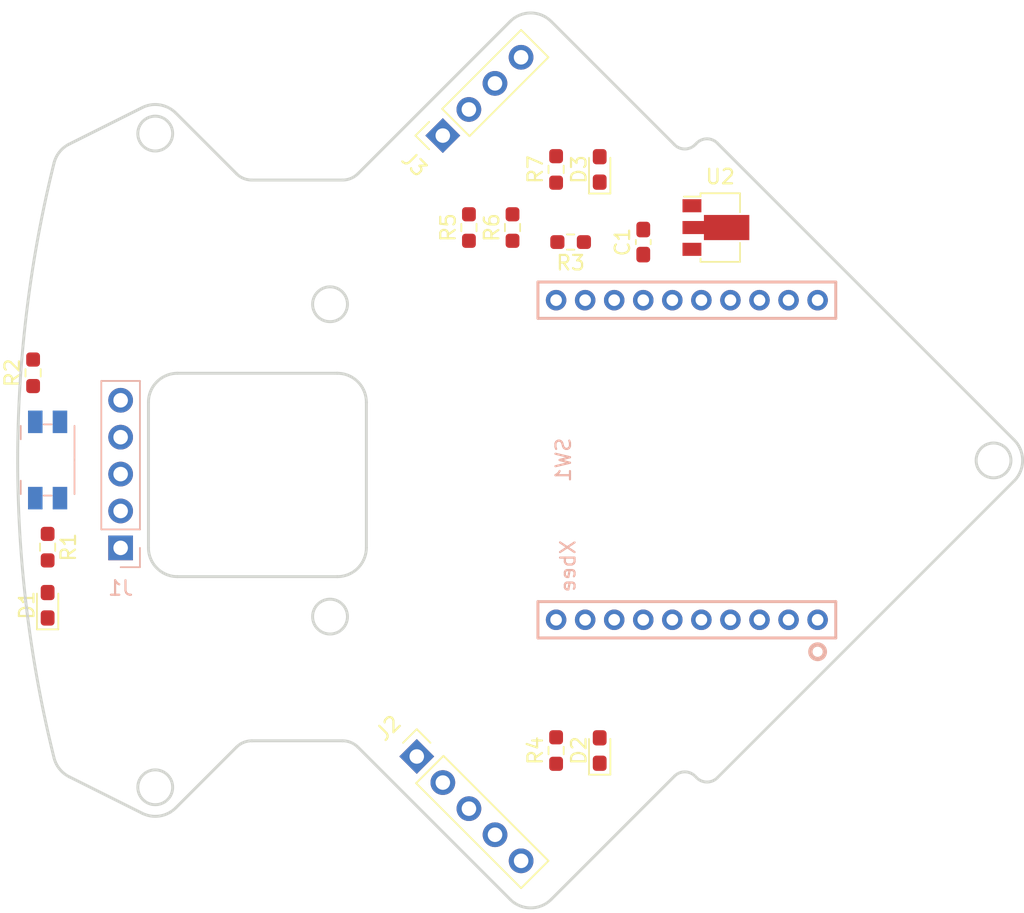
<source format=kicad_pcb>
(kicad_pcb (version 20211014) (generator pcbnew)
  (title_block (title "control board") (date "2021-11-08") (rev "V1.1") (company "Saeki.A"))
  (layers (0 "F.Cu" signal) (31 "B.Cu" signal) (34 "B.Paste" user) (35 "F.Paste" user) (36 "B.SilkS" user "B.Silkscreen") (37 "F.SilkS" user "F.Silkscreen") (38 "B.Mask" user) (39 "F.Mask" user) (44 "Edge.Cuts" user))
  (net 0 "")
  (net 1 "+5V")
  (net 2 "GND")
  (net 3 "Net-(D3-Pad2)")
  (net 4 "Net-(D1-Pad2)")
  (net 5 "Net-(J1-Pad1)")
  (net 6 "Net-(J1-Pad3)")
  (net 7 "Net-(J1-Pad4)")
  (net 8 "Net-(J1-Pad2)")
  (net 9 "Net-(J1-Pad5)")
  (net 10 "Net-(J3-Pad1)")
  (net 11 "Net-(J3-Pad3)")
  (net 12 "Net-(R2-Pad2)")
  (net 13 "Net-(R5-Pad1)")
  (net 14 "Net-(R3-Pad2)")
  (net 15 "Net-(R1-Pad1)")
  (net 16 "Net-(R2-Pad1)")
  (net 17 "Net-(D2-Pad2)")
  (footprint "LED_SMD:LED_0603_1608Metric_Pad1.05x0.95mm_HandSolder" (layer "F.Cu") (at 85 135 90)
    (fp_text reference "D2" (at 0 -1.43 90) (layer "F.SilkS"))
    (fp_text value "RX")
    (fp_line (start -1.66 -0.735) (end -1.66 0.735) (layer "F.SilkS") (width 0.12))
    (fp_line (start 0.8 -0.735) (end -1.66 -0.735) (layer "F.SilkS") (width 0.12))
    (fp_line (start -1.66 0.735) (end 0.8 0.735) (layer "F.SilkS") (width 0.12))
    (pad "1" smd roundrect (at -0.875 0 90) (size 1.05 0.95) (layers "F.Cu" "F.Paste" "F.Mask") (net 2 "GND"))
    (pad "2" smd roundrect (at 0.875 0 90) (size 1.05 0.95) (layers "F.Cu" "F.Paste" "F.Mask") (net 17 "Net-(D2-Pad2)"))
  )
  (footprint "Resistor_SMD:R_0603_1608Metric_Pad0.98x0.95mm_HandSolder" (layer "F.Cu") (at 76 99 90)
    (fp_text reference "R5" (at 0 -1.43 90) (layer "F.SilkS"))
    (fp_text value "10k")
    (fp_line (start -0.254724 -0.5225) (end 0.254724 -0.5225) (layer "F.SilkS") (width 0.12))
    (fp_line (start -0.254724 0.5225) (end 0.254724 0.5225) (layer "F.SilkS") (width 0.12))
    (pad "1" smd roundrect (at -0.9125 0 90) (size 0.975 0.95) (layers "F.Cu" "F.Paste" "F.Mask") (net 13 "Net-(R5-Pad1)"))
    (pad "2" smd roundrect (at 0.9125 0 90) (size 0.975 0.95) (layers "F.Cu" "F.Paste" "F.Mask") (net 10 "Net-(J3-Pad1)"))
  )
  (footprint "Resistor_SMD:R_0603_1608Metric_Pad0.98x0.95mm_HandSolder" (layer "F.Cu") (at 82 95 90)
    (fp_text reference "R7" (at 0 -1.43 90) (layer "F.SilkS"))
    (fp_text value "470")
    (fp_line (start -0.254724 0.5225) (end 0.254724 0.5225) (layer "F.SilkS") (width 0.12))
    (fp_line (start -0.254724 -0.5225) (end 0.254724 -0.5225) (layer "F.SilkS") (width 0.12))
    (pad "1" smd roundrect (at -0.9125 0 90) (size 0.975 0.95) (layers "F.Cu" "F.Paste" "F.Mask") (net 10 "Net-(J3-Pad1)"))
    (pad "2" smd roundrect (at 0.9125 0 90) (size 0.975 0.95) (layers "F.Cu" "F.Paste" "F.Mask") (net 3 "Net-(D3-Pad2)"))
  )
  (footprint "Connector_PinSocket_2.54mm:PinSocket_1x05_P2.54mm_Vertical" (layer "F.Cu") (at 72.407898 135.407898 45)
    (fp_text reference "J2" (at 0 -2.77 45) (layer "F.SilkS"))
    (fp_text value "IMU")
    (fp_line (start -1.33 11.49) (end 1.33 11.49) (layer "F.SilkS") (width 0.12))
    (fp_line (start 0 -1.33) (end 1.33 -1.33) (layer "F.SilkS") (width 0.12))
    (fp_line (start -1.33 1.27) (end 1.33 1.27) (layer "F.SilkS") (width 0.12))
    (fp_line (start 1.33 1.27) (end 1.33 11.49) (layer "F.SilkS") (width 0.12))
    (fp_line (start 1.33 -1.33) (end 1.33 0) (layer "F.SilkS") (width 0.12))
    (fp_line (start -1.33 1.27) (end -1.33 11.49) (layer "F.SilkS") (width 0.12))
    (pad "1" thru_hole rect (at 0 0 45) (size 1.7 1.7) (drill 1) (layers *.Cu *.Mask) (net 5 "Net-(J1-Pad1)"))
    (pad "2" thru_hole oval (at 0 2.54 45) (size 1.7 1.7) (drill 1) (layers *.Cu *.Mask) (net 8 "Net-(J1-Pad2)"))
    (pad "3" thru_hole oval (at 0 5.08 45) (size 1.7 1.7) (drill 1) (layers *.Cu *.Mask) (net 6 "Net-(J1-Pad3)"))
    (pad "4" thru_hole oval (at 0 7.62 45) (size 1.7 1.7) (drill 1) (layers *.Cu *.Mask) (net 7 "Net-(J1-Pad4)"))
    (pad "5" thru_hole oval (at 0 10.16 45) (size 1.7 1.7) (drill 1) (layers *.Cu *.Mask) (net 9 "Net-(J1-Pad5)"))
  )
  (footprint "Resistor_SMD:R_0603_1608Metric_Pad0.98x0.95mm_HandSolder" (layer "F.Cu") (at 83 100 180)
    (fp_text reference "R3" (at 0 -1.43) (layer "F.SilkS"))
    (fp_text value "10k")
    (fp_line (start -0.254724 -0.5225) (end 0.254724 -0.5225) (layer "F.SilkS") (width 0.12))
    (fp_line (start -0.254724 0.5225) (end 0.254724 0.5225) (layer "F.SilkS") (width 0.12))
    (pad "1" smd roundrect (at -0.9125 0 180) (size 0.975 0.95) (layers "F.Cu" "F.Paste" "F.Mask") (net 16 "Net-(R2-Pad1)"))
    (pad "2" smd roundrect (at 0.9125 0 180) (size 0.975 0.95) (layers "F.Cu" "F.Paste" "F.Mask") (net 14 "Net-(R3-Pad2)"))
  )
  (footprint "Resistor_SMD:R_0603_1608Metric_Pad0.98x0.95mm_HandSolder" (layer "F.Cu") (at 79 99 90)
    (fp_text reference "R6" (at 0 -1.43 90) (layer "F.SilkS"))
    (fp_text value "10k")
    (fp_line (start -0.254724 -0.5225) (end 0.254724 -0.5225) (layer "F.SilkS") (width 0.12))
    (fp_line (start -0.254724 0.5225) (end 0.254724 0.5225) (layer "F.SilkS") (width 0.12))
    (pad "1" smd roundrect (at -0.9125 0 90) (size 0.975 0.95) (layers "F.Cu" "F.Paste" "F.Mask") (net 14 "Net-(R3-Pad2)"))
    (pad "2" smd roundrect (at 0.9125 0 90) (size 0.975 0.95) (layers "F.Cu" "F.Paste" "F.Mask") (net 11 "Net-(J3-Pad3)"))
  )
  (footprint "Package_TO_SOT_SMD:SOT-89-3" (layer "F.Cu") (at 93 99)
    (fp_text reference "U2" (at 0.3 -3.5) (layer "F.SilkS"))
    (fp_text value "XC6216D_SOT89")
    (fp_line (start -2.2 -2.13) (end -1.06 -2.13) (layer "F.SilkS") (width 0.12))
    (fp_line (start -1.06 -2.36) (end 1.66 -2.36) (layer "F.SilkS") (width 0.12))
    (fp_line (start 1.66 1.05) (end 1.66 2.36) (layer "F.SilkS") (width 0.12))
    (fp_line (start 1.66 2.36) (end -1.06 2.36) (layer "F.SilkS") (width 0.12))
    (fp_line (start -1.06 2.36) (end -1.06 2.13) (layer "F.SilkS") (width 0.12))
    (fp_line (start 1.66 -2.36) (end 1.66 -1.05) (layer "F.SilkS") (width 0.12))
    (fp_line (start -1.06 -2.36) (end -1.06 -2.13) (layer "F.SilkS") (width 0.12))
    (pad "1" smd rect (at -1.65 -1.5) (size 1.3 0.9) (layers "F.Cu" "F.Paste" "F.Mask") (net 16 "Net-(R2-Pad1)"))
    (pad "2" smd custom (at -1.5625 0) (size 1.475 0.9) (layers "F.Cu" "F.Paste" "F.Mask") (net 2 "GND") (options (clearance outline) (anchor rect)) (primitives (gr_poly (pts (xy 3.8625 0.8665) (xy 0.7375 0.8665) (xy 0.7375 -0.8665) (xy 3.8625 -0.8665)) (width 0) (fill yes))))
    (pad "3" smd rect (at -1.65 1.5) (size 1.3 0.9) (layers "F.Cu" "F.Paste" "F.Mask") (net 1 "+5V"))
  )
  (footprint "Resistor_SMD:R_0603_1608Metric_Pad0.98x0.95mm_HandSolder" (layer "F.Cu") (at 47 121 -90)
    (fp_text reference "R1" (at 0 -1.43 90) (layer "F.SilkS"))
    (fp_text value "470")
    (fp_line (start -0.254724 0.5225) (end 0.254724 0.5225) (layer "F.SilkS") (width 0.12))
    (fp_line (start -0.254724 -0.5225) (end 0.254724 -0.5225) (layer "F.SilkS") (width 0.12))
    (pad "1" smd roundrect (at -0.9125 0 270) (size 0.975 0.95) (layers "F.Cu" "F.Paste" "F.Mask") (net 15 "Net-(R1-Pad1)"))
    (pad "2" smd roundrect (at 0.9125 0 270) (size 0.975 0.95) (layers "F.Cu" "F.Paste" "F.Mask") (net 4 "Net-(D1-Pad2)"))
  )
  (footprint "LED_SMD:LED_0603_1608Metric_Pad1.05x0.95mm_HandSolder" (layer "F.Cu") (at 85 95 90)
    (fp_text reference "D3" (at 0 -1.43 90) (layer "F.SilkS"))
    (fp_text value "TX")
    (fp_line (start -1.66 -0.735) (end -1.66 0.735) (layer "F.SilkS") (width 0.12))
    (fp_line (start -1.66 0.735) (end 0.8 0.735) (layer "F.SilkS") (width 0.12))
    (fp_line (start 0.8 -0.735) (end -1.66 -0.735) (layer "F.SilkS") (width 0.12))
    (pad "1" smd roundrect (at -0.875 0 90) (size 1.05 0.95) (layers "F.Cu" "F.Paste" "F.Mask") (net 2 "GND"))
    (pad "2" smd roundrect (at 0.875 0 90) (size 1.05 0.95) (layers "F.Cu" "F.Paste" "F.Mask") (net 3 "Net-(D3-Pad2)"))
  )
  (footprint "Resistor_SMD:R_0603_1608Metric_Pad0.98x0.95mm_HandSolder" (layer "F.Cu") (at 82 135 90)
    (fp_text reference "R4" (at 0 -1.43 90) (layer "F.SilkS"))
    (fp_text value "470")
    (fp_line (start -0.254724 -0.5225) (end 0.254724 -0.5225) (layer "F.SilkS") (width 0.12))
    (fp_line (start -0.254724 0.5225) (end 0.254724 0.5225) (layer "F.SilkS") (width 0.12))
    (pad "1" smd roundrect (at -0.9125 0 90) (size 0.975 0.95) (layers "F.Cu" "F.Paste" "F.Mask") (net 14 "Net-(R3-Pad2)"))
    (pad "2" smd roundrect (at 0.9125 0 90) (size 0.975 0.95) (layers "F.Cu" "F.Paste" "F.Mask") (net 17 "Net-(D2-Pad2)"))
  )
  (footprint "Capacitor_SMD:C_0603_1608Metric_Pad1.08x0.95mm_HandSolder" (layer "F.Cu") (at 88 100 90)
    (fp_text reference "C1" (at 0 -1.43 90) (layer "F.SilkS"))
    (fp_text value "0.1u")
    (fp_line (start -0.146267 0.51) (end 0.146267 0.51) (layer "F.SilkS") (width 0.12))
    (fp_line (start -0.146267 -0.51) (end 0.146267 -0.51) (layer "F.SilkS") (width 0.12))
    (pad "1" smd roundrect (at -0.8625 0 90) (size 1.075 0.95) (layers "F.Cu" "F.Paste" "F.Mask") (net 1 "+5V"))
    (pad "2" smd roundrect (at 0.8625 0 90) (size 1.075 0.95) (layers "F.Cu" "F.Paste" "F.Mask") (net 2 "GND"))
  )
  (footprint "Connector_PinSocket_2.54mm:PinSocket_1x04_P2.54mm_Vertical" (layer "F.Cu") (at 74.2 92.669329 135)
    (fp_text reference "J3" (at 0 -2.77 135) (layer "F.SilkS"))
    (fp_text value "XBee")
    (fp_line (start 1.33 1.27) (end 1.33 8.95) (layer "F.SilkS") (width 0.12))
    (fp_line (start -1.33 8.95) (end 1.33 8.95) (layer "F.SilkS") (width 0.12))
    (fp_line (start 1.33 -1.33) (end 1.33 0) (layer "F.SilkS") (width 0.12))
    (fp_line (start -1.33 1.27) (end -1.33 8.95) (layer "F.SilkS") (width 0.12))
    (fp_line (start 0 -1.33) (end 1.33 -1.33) (layer "F.SilkS") (width 0.12))
    (fp_line (start -1.33 1.27) (end 1.33 1.27) (layer "F.SilkS") (width 0.12))
    (pad "1" thru_hole rect (at 0 0 135) (size 1.7 1.7) (drill 1) (layers *.Cu *.Mask) (net 10 "Net-(J3-Pad1)"))
    (pad "2" thru_hole oval (at 0 2.54 135) (size 1.7 1.7) (drill 1) (layers *.Cu *.Mask) (net 1 "+5V"))
    (pad "3" thru_hole oval (at 0 5.08 135) (size 1.7 1.7) (drill 1) (layers *.Cu *.Mask) (net 11 "Net-(J3-Pad3)"))
    (pad "4" thru_hole oval (at 0 7.62 135) (size 1.7 1.7) (drill 1) (layers *.Cu *.Mask) (net 2 "GND"))
  )
  (footprint "Resistor_SMD:R_0603_1608Metric_Pad0.98x0.95mm_HandSolder" (layer "F.Cu") (at 46 109 90)
    (fp_text reference "R2" (at 0 -1.43 90) (layer "F.SilkS"))
    (fp_text value "10k")
    (fp_line (start -0.254724 -0.5225) (end 0.254724 -0.5225) (layer "F.SilkS") (width 0.12))
    (fp_line (start -0.254724 0.5225) (end 0.254724 0.5225) (layer "F.SilkS") (width 0.12))
    (pad "1" smd roundrect (at -0.9125 0 90) (size 0.975 0.95) (layers "F.Cu" "F.Paste" "F.Mask") (net 16 "Net-(R2-Pad1)"))
    (pad "2" smd roundrect (at 0.9125 0 90) (size 0.975 0.95) (layers "F.Cu" "F.Paste" "F.Mask") (net 12 "Net-(R2-Pad2)"))
  )
  (footprint "LED_SMD:LED_0603_1608Metric_Pad1.05x0.95mm_HandSolder" (layer "F.Cu") (at 47 125 90)
    (fp_text reference "D1" (at 0 -1.43 90) (layer "F.SilkS"))
    (fp_text value "RSSI")
    (fp_line (start 0.8 -0.735) (end -1.66 -0.735) (layer "F.SilkS") (width 0.12))
    (fp_line (start -1.66 0.735) (end 0.8 0.735) (layer "F.SilkS") (width 0.12))
    (fp_line (start -1.66 -0.735) (end -1.66 0.735) (layer "F.SilkS") (width 0.12))
    (pad "1" smd roundrect (at -0.875 0 90) (size 1.05 0.95) (layers "F.Cu" "F.Paste" "F.Mask") (net 2 "GND"))
    (pad "2" smd roundrect (at 0.875 0 90) (size 1.05 0.95) (layers "F.Cu" "F.Paste" "F.Mask") (net 4 "Net-(D1-Pad2)"))
  )
  (footprint "0.main.robot:XBEE-S2C" (layer "B.Cu") (at 80 115 90)
    (fp_text reference "U1" hide)
    (fp_text value "XBEE-S2C" hide)
    (fp_text user "Xbee" (at -9.2 3.4 90) (layer "B.SilkS") (effects (justify right bottom mirror)))
    (fp_line (start -9.75 21.25) (end -12.25 21.25) (layer "B.SilkS") (width 0.2032))
    (fp_line (start -12.25 0.75) (end -9.75 0.75) (layer "B.SilkS") (width 0.2032))
    (fp_line (start 12.25 0.75) (end 9.75 0.75) (layer "B.SilkS") (width 0.2032))
    (fp_line (start 12.25 21.25) (end 12.25 0.75) (layer "B.SilkS") (width 0.2032))
    (fp_line (start -9.75 21.25) (end -9.75 0.75) (layer "B.SilkS") (width 0.2032))
    (fp_line (start -12.25 21.25) (end -12.25 0.75) (layer "B.SilkS") (width 0.2032))
    (fp_line (start 9.75 21.25) (end 12.25 21.25) (layer "B.SilkS") (width 0.2032))
    (fp_line (start 9.75 21.25) (end 9.75 0.75) (layer "B.SilkS") (width 0.2032))
    (fp_circle (center -13.2 20) (end -12.7 20) (layer "B.SilkS") (width 0.3) (fill none))
    (pad "1" thru_hole circle locked (at -11 20 90) (size 1.4096 1.4096) (drill 0.8) (layers *.Cu *.Mask) (net 16 "Net-(R2-Pad1)"))
    (pad "2" thru_hole circle locked (at -11 18 90) (size 1.4096 1.4096) (drill 0.8) (layers *.Cu *.Mask) (net 14 "Net-(R3-Pad2)"))
    (pad "3" thru_hole circle locked (at -11 16 90) (size 1.4096 1.4096) (drill 0.8) (layers *.Cu *.Mask) (net 13 "Net-(R5-Pad1)"))
    (pad "4" thru_hole circle locked (at -11 14 90) (size 1.4096 1.4096) (drill 0.8) (layers *.Cu *.Mask))
    (pad "5" thru_hole circle locked (at -11 12 90) (size 1.4096 1.4096) (drill 0.8) (layers *.Cu *.Mask) (net 12 "Net-(R2-Pad2)"))
    (pad "6" thru_hole circle locked (at -11 10 90) (size 1.4096 1.4096) (drill 0.8) (layers *.Cu *.Mask) (net 15 "Net-(R1-Pad1)"))
    (pad "7" thru_hole circle locked (at -11 8 90) (size 1.4096 1.4096) (drill 0.8) (layers *.Cu *.Mask))
    (pad "8" thru_hole circle locked (at -11 6 90) (size 1.4096 1.4096) (drill 0.8) (layers *.Cu *.Mask))
    (pad "9" thru_hole circle locked (at -11 4 90) (size 1.4096 1.4096) (drill 0.8) (layers *.Cu *.Mask))
    (pad "10" thru_hole circle locked (at -11 2 90) (size 1.4096 1.4096) (drill 0.8) (layers *.Cu *.Mask) (net 2 "GND"))
    (pad "11" thru_hole circle locked (at 11 2 90) (size 1.4096 1.4096) (drill 0.8) (layers *.Cu *.Mask))
    (pad "12" thru_hole circle locked (at 11 4 90) (size 1.4096 1.4096) (drill 0.8) (layers *.Cu *.Mask))
    (pad "13" thru_hole circle locked (at 11 6 90) (size 1.4096 1.4096) (drill 0.8) (layers *.Cu *.Mask))
    (pad "14" thru_hole circle locked (at 11 8 90) (size 1.4096 1.4096) (drill 0.8) (layers *.Cu *.Mask))
    (pad "15" thru_hole circle locked (at 11 10 90) (size 1.4096 1.4096) (drill 0.8) (layers *.Cu *.Mask))
    (pad "16" thru_hole circle locked (at 11 12 90) (size 1.4096 1.4096) (drill 0.8) (layers *.Cu *.Mask))
    (pad "17" thru_hole circle locked (at 11 14 90) (size 1.4096 1.4096) (drill 0.8) (layers *.Cu *.Mask))
    (pad "18" thru_hole circle locked (at 11 16 90) (size 1.4096 1.4096) (drill 0.8) (layers *.Cu *.Mask))
    (pad "19" thru_hole circle locked (at 11 18 90) (size 1.4096 1.4096) (drill 0.8) (layers *.Cu *.Mask))
    (pad "20" thru_hole circle locked (at 11 20 90) (size 1.4096 1.4096) (drill 0.8) (layers *.Cu *.Mask))
  )
  (footprint "0.main.robot:THAU13-AB-R" (layer "B.Cu") (at 47 115 -90)
    (fp_text reference "SW1" (at 0 -35.5 90) (layer "B.SilkS") (effects (justify mirror)))
    (fp_text value "Reset")
    (fp_line (start -1.425 1.85) (end -2.35 1.85) (layer "B.SilkS") (width 0.12))
    (fp_line (start -2.45 -0.275) (end -2.45 0.275) (layer "B.SilkS") (width 0.12))
    (fp_line (start 2.35 1.85) (end 1.425 1.85) (layer "B.SilkS") (width 0.12))
    (fp_line (start 2.45 -0.275) (end 2.45 0.275) (layer "B.SilkS") (width 0.12))
    (fp_line (start 2.35 -1.85) (end -2.35 -1.85) (layer "B.SilkS") (width 0.12))
    (pad "" np_thru_hole circle locked (at 0 -1.375 90) (size 0.75 0.75) (drill 0.75) (layers *.Cu *.Mask))
    (pad "" np_thru_hole circle locked (at 0 1.375 90) (size 0.75 0.75) (drill 0.75) (layers *.Cu *.Mask))
    (pad "1" smd rect locked (at 2.625 0.85 90) (size 1.55 1) (layers "B.Cu" "B.Paste" "B.Mask") (net 12 "Net-(R2-Pad2)"))
    (pad "1" smd rect locked (at -2.625 0.85 90) (size 1.55 1) (layers "B.Cu" "B.Paste" "B.Mask") (net 12 "Net-(R2-Pad2)"))
    (pad "2" smd rect locked (at -2.625 -0.85 90) (size 1.55 1) (layers "B.Cu" "B.Paste" "B.Mask") (net 2 "GND"))
    (pad "2" smd rect locked (at 2.625 -0.85 90) (size 1.55 1) (layers "B.Cu" "B.Paste" "B.Mask") (net 2 "GND"))
  )
  (footprint "Connector_PinSocket_2.54mm:PinSocket_1x05_P2.54mm_Vertical" (layer "B.Cu") (at 52.025 121.05)
    (fp_text reference "J1" (at 0 2.77) (layer "B.SilkS") (effects (justify mirror)))
    (fp_text value "IMU_in")
    (fp_line (start -1.33 -1.27) (end 1.33 -1.27) (layer "B.SilkS") (width 0.12))
    (fp_line (start -1.33 -1.27) (end -1.33 -11.49) (layer "B.SilkS") (width 0.12))
    (fp_line (start 0 1.33) (end 1.33 1.33) (layer "B.SilkS") (width 0.12))
    (fp_line (start 1.33 1.33) (end 1.33 0) (layer "B.SilkS") (width 0.12))
    (fp_line (start 1.33 -1.27) (end 1.33 -11.49) (layer "B.SilkS") (width 0.12))
    (fp_line (start -1.33 -11.49) (end 1.33 -11.49) (layer "B.SilkS") (width 0.12))
    (pad "1" thru_hole rect (at 0 0) (size 1.7 1.7) (drill 1) (layers *.Cu *.Mask) (net 5 "Net-(J1-Pad1)"))
    (pad "2" thru_hole oval (at 0 -2.54) (size 1.7 1.7) (drill 1) (layers *.Cu *.Mask) (net 8 "Net-(J1-Pad2)"))
    (pad "3" thru_hole oval (at 0 -5.08) (size 1.7 1.7) (drill 1) (layers *.Cu *.Mask) (net 6 "Net-(J1-Pad3)"))
    (pad "4" thru_hole oval (at 0 -7.62) (size 1.7 1.7) (drill 1) (layers *.Cu *.Mask) (net 7 "Net-(J1-Pad4)"))
    (pad "5" thru_hole oval (at 0 -10.16) (size 1.7 1.7) (drill 1) (layers *.Cu *.Mask) (net 9 "Net-(J1-Pad5)"))
  )
  (gr_arc (start 66.939113 109.030444) (mid 68.353327 109.61623) (end 68.939113 111.030444) (layer "Edge.Cuts") (width 0.2))
  (gr_line (start 55.939113 123.030444) (end 66.939113 123.030444) (layer "Edge.Cuts") (width 0.2))
  (gr_line (start 113.5249 113.61623) (end 93.094182 93.185513) (layer "Edge.Cuts") (width 0.2))
  (gr_line (start 53.939113 111.030444) (end 53.939113 121.030444) (layer "Edge.Cuts") (width 0.2))
  (gr_arc (start 68.360164 95.292114) (mid 67.873529 95.617273) (end 67.299504 95.731454) (layer "Edge.Cuts") (width 0.2))
  (gr_arc (start 67.299504 134.329434) (mid 67.873529 134.443615) (end 68.360164 134.768774) (layer "Edge.Cuts") (width 0.2))
  (gr_line (start 61.056863 134.329434) (end 67.299504 134.329434) (layer "Edge.Cuts") (width 0.2))
  (gr_arc (start 53.939113 111.030444) (mid 54.524899 109.61623) (end 55.939113 109.030444) (layer "Edge.Cuts") (width 0.2))
  (gr_arc (start 78.836823 84.815455) (mid 80.251036 84.229668) (end 81.66525 84.815455) (layer "Edge.Cuts") (width 0.2))
  (gr_arc (start 47.439877 94.563987) (mid 47.819822 93.795506) (end 48.486608 93.256696) (layer "Edge.Cuts") (width 0.2))
  (gr_arc (start 91.564745 93.300736) (mid 90.857638 93.59363) (end 90.150532 93.300736) (layer "Edge.Cuts") (width 0.2))
  (gr_arc (start 53.513393 90.743304) (mid 54.728184 90.557984) (end 55.822033 91.117945) (layer "Edge.Cuts") (width 0.2))
  (gr_arc (start 55.939113 123.030444) (mid 54.524899 122.444658) (end 53.939113 121.030444) (layer "Edge.Cuts") (width 0.2))
  (gr_line (start 90.150532 93.300736) (end 81.66525 84.815455) (layer "Edge.Cuts") (width 0.2))
  (gr_arc (start 48.486608 136.804192) (mid 47.819822 136.265382) (end 47.439877 135.496901) (layer "Edge.Cuts") (width 0.2))
  (gr_line (start 78.836823 84.815455) (end 68.360164 95.292114) (layer "Edge.Cuts") (width 0.2))
  (gr_line (start 91.564745 136.760152) (end 91.679969 136.875375) (layer "Edge.Cuts") (width 0.2))
  (gr_arc (start 113.5249 113.61623) (mid 114.110687 115.030444) (end 113.5249 116.444658) (layer "Edge.Cuts") (width 0.2))
  (gr_circle (center 66.439114 125.780444) (end 65.239114 125.780444) (layer "Edge.Cuts") (width 0.2) (fill none))
  (gr_circle (center 54.407819 92.532159) (end 53.207819 92.532159) (layer "Edge.Cuts") (width 0.2) (fill none))
  (gr_line (start 91.679969 93.185513) (end 91.564745 93.300736) (layer "Edge.Cuts") (width 0.2))
  (gr_line (start 66.939113 109.030444) (end 55.939113 109.030444) (layer "Edge.Cuts") (width 0.2))
  (gr_line (start 55.822033 138.942943) (end 59.996203 134.768774) (layer "Edge.Cuts") (width 0.2))
  (gr_line (start 53.513393 90.743304) (end 48.486608 93.256696) (layer "Edge.Cuts") (width 0.2))
  (gr_circle (center 54.407819 137.52873) (end 53.207819 137.52873) (layer "Edge.Cuts") (width 0.2) (fill none))
  (gr_arc (start 55.822033 138.942943) (mid 54.728184 139.502904) (end 53.513393 139.317584) (layer "Edge.Cuts") (width 0.2))
  (gr_arc (start 47.439877 135.496901) (mid 44.939114 115.030444) (end 47.439877 94.563987) (layer "Edge.Cuts") (width 0.2))
  (gr_arc (start 93.094182 136.875375) (mid 92.387076 137.168269) (end 91.679969 136.875375) (layer "Edge.Cuts") (width 0.2))
  (gr_line (start 68.939113 121.030444) (end 68.939113 111.030444) (layer "Edge.Cuts") (width 0.2))
  (gr_circle (center 66.439114 104.280444) (end 65.239114 104.280444) (layer "Edge.Cuts") (width 0.2) (fill none))
  (gr_line (start 93.094182 136.875375) (end 113.5249 116.444658) (layer "Edge.Cuts") (width 0.2))
  (gr_arc (start 90.150532 136.760152) (mid 90.857638 136.467258) (end 91.564745 136.760152) (layer "Edge.Cuts") (width 0.2))
  (gr_circle (center 112.110687 115.030444) (end 110.910687 115.030444) (layer "Edge.Cuts") (width 0.2) (fill none))
  (gr_arc (start 68.939113 121.030444) (mid 68.353327 122.444658) (end 66.939113 123.030444) (layer "Edge.Cuts") (width 0.2))
  (gr_line (start 67.299504 95.731454) (end 61.056863 95.731454) (layer "Edge.Cuts") (width 0.2))
  (gr_arc (start 59.996203 134.768774) (mid 60.482838 134.443615) (end 61.056863 134.329434) (layer "Edge.Cuts") (width 0.2))
  (gr_line (start 59.996203 95.292114) (end 55.822033 91.117945) (layer "Edge.Cuts") (width 0.2))
  (gr_arc (start 61.056863 95.731454) (mid 60.482838 95.617273) (end 59.996203 95.292114) (layer "Edge.Cuts") (width 0.2))
  (gr_line (start 48.486608 136.804192) (end 53.513393 139.317584) (layer "Edge.Cuts") (width 0.2))
  (gr_line (start 68.360164 134.768774) (end 78.836823 145.245433) (layer "Edge.Cuts") (width 0.2))
  (gr_arc (start 81.66525 145.245433) (mid 80.251036 145.83122) (end 78.836823 145.245433) (layer "Edge.Cuts") (width 0.2))
  (gr_arc (start 91.679969 93.185513) (mid 92.387076 92.892619) (end 93.094182 93.185513) (layer "Edge.Cuts") (width 0.2))
  (gr_line (start 81.66525 145.245433) (end 90.150532 136.760152) (layer "Edge.Cuts") (width 0.2))
)
</source>
